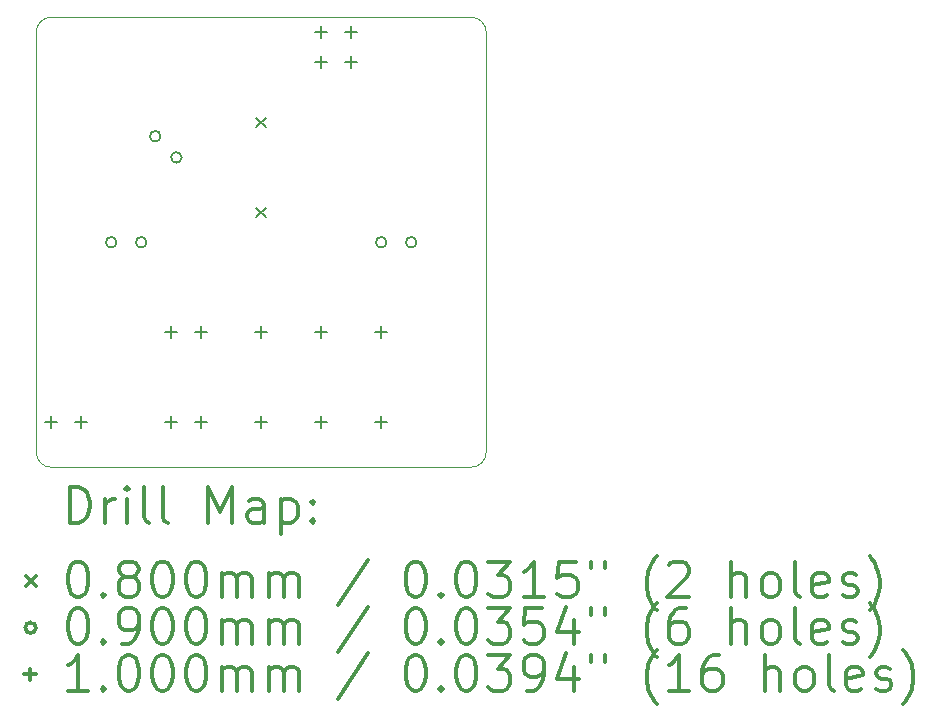
<source format=gbr>
%FSLAX45Y45*%
G04 Gerber Fmt 4.5, Leading zero omitted, Abs format (unit mm)*
G04 Created by KiCad (PCBNEW 5.1.10) date 2021-05-04 21:13:50*
%MOMM*%
%LPD*%
G01*
G04 APERTURE LIST*
%TA.AperFunction,Profile*%
%ADD10C,0.050000*%
%TD*%
%ADD11C,0.200000*%
%ADD12C,0.300000*%
G04 APERTURE END LIST*
D10*
X11811000Y-12700000D02*
G75*
G02*
X11684000Y-12573000I0J127000D01*
G01*
X15494000Y-12573000D02*
G75*
G02*
X15367000Y-12700000I-127000J0D01*
G01*
X11684000Y-9017000D02*
G75*
G02*
X11811000Y-8890000I127000J0D01*
G01*
X15367000Y-8890000D02*
G75*
G02*
X15494000Y-9017000I0J-127000D01*
G01*
X11684000Y-12573000D02*
X11684000Y-9017000D01*
X15367000Y-12700000D02*
X11811000Y-12700000D01*
X15494000Y-9017000D02*
X15494000Y-12573000D01*
X11811000Y-8890000D02*
X15367000Y-8890000D01*
D11*
X13549000Y-9739000D02*
X13629000Y-9819000D01*
X13629000Y-9739000D02*
X13549000Y-9819000D01*
X13549000Y-10501000D02*
X13629000Y-10581000D01*
X13629000Y-10501000D02*
X13549000Y-10581000D01*
X12364000Y-10795000D02*
G75*
G03*
X12364000Y-10795000I-45000J0D01*
G01*
X12618000Y-10795000D02*
G75*
G03*
X12618000Y-10795000I-45000J0D01*
G01*
X12736395Y-9897395D02*
G75*
G03*
X12736395Y-9897395I-45000J0D01*
G01*
X12916000Y-10077000D02*
G75*
G03*
X12916000Y-10077000I-45000J0D01*
G01*
X14650000Y-10795000D02*
G75*
G03*
X14650000Y-10795000I-45000J0D01*
G01*
X14904000Y-10795000D02*
G75*
G03*
X14904000Y-10795000I-45000J0D01*
G01*
X11811000Y-12269000D02*
X11811000Y-12369000D01*
X11761000Y-12319000D02*
X11861000Y-12319000D01*
X12065000Y-12269000D02*
X12065000Y-12369000D01*
X12015000Y-12319000D02*
X12115000Y-12319000D01*
X12827000Y-11507000D02*
X12827000Y-11607000D01*
X12777000Y-11557000D02*
X12877000Y-11557000D01*
X12827000Y-12269000D02*
X12827000Y-12369000D01*
X12777000Y-12319000D02*
X12877000Y-12319000D01*
X13081000Y-11507000D02*
X13081000Y-11607000D01*
X13031000Y-11557000D02*
X13131000Y-11557000D01*
X13081000Y-12269000D02*
X13081000Y-12369000D01*
X13031000Y-12319000D02*
X13131000Y-12319000D01*
X13589000Y-11507000D02*
X13589000Y-11607000D01*
X13539000Y-11557000D02*
X13639000Y-11557000D01*
X13589000Y-12269000D02*
X13589000Y-12369000D01*
X13539000Y-12319000D02*
X13639000Y-12319000D01*
X14097000Y-8967000D02*
X14097000Y-9067000D01*
X14047000Y-9017000D02*
X14147000Y-9017000D01*
X14097000Y-9221000D02*
X14097000Y-9321000D01*
X14047000Y-9271000D02*
X14147000Y-9271000D01*
X14097000Y-11507000D02*
X14097000Y-11607000D01*
X14047000Y-11557000D02*
X14147000Y-11557000D01*
X14097000Y-12269000D02*
X14097000Y-12369000D01*
X14047000Y-12319000D02*
X14147000Y-12319000D01*
X14351000Y-8967000D02*
X14351000Y-9067000D01*
X14301000Y-9017000D02*
X14401000Y-9017000D01*
X14351000Y-9221000D02*
X14351000Y-9321000D01*
X14301000Y-9271000D02*
X14401000Y-9271000D01*
X14605000Y-11507000D02*
X14605000Y-11607000D01*
X14555000Y-11557000D02*
X14655000Y-11557000D01*
X14605000Y-12269000D02*
X14605000Y-12369000D01*
X14555000Y-12319000D02*
X14655000Y-12319000D01*
D12*
X11967928Y-13168214D02*
X11967928Y-12868214D01*
X12039357Y-12868214D01*
X12082214Y-12882500D01*
X12110786Y-12911071D01*
X12125071Y-12939643D01*
X12139357Y-12996786D01*
X12139357Y-13039643D01*
X12125071Y-13096786D01*
X12110786Y-13125357D01*
X12082214Y-13153929D01*
X12039357Y-13168214D01*
X11967928Y-13168214D01*
X12267928Y-13168214D02*
X12267928Y-12968214D01*
X12267928Y-13025357D02*
X12282214Y-12996786D01*
X12296500Y-12982500D01*
X12325071Y-12968214D01*
X12353643Y-12968214D01*
X12453643Y-13168214D02*
X12453643Y-12968214D01*
X12453643Y-12868214D02*
X12439357Y-12882500D01*
X12453643Y-12896786D01*
X12467928Y-12882500D01*
X12453643Y-12868214D01*
X12453643Y-12896786D01*
X12639357Y-13168214D02*
X12610786Y-13153929D01*
X12596500Y-13125357D01*
X12596500Y-12868214D01*
X12796500Y-13168214D02*
X12767928Y-13153929D01*
X12753643Y-13125357D01*
X12753643Y-12868214D01*
X13139357Y-13168214D02*
X13139357Y-12868214D01*
X13239357Y-13082500D01*
X13339357Y-12868214D01*
X13339357Y-13168214D01*
X13610786Y-13168214D02*
X13610786Y-13011071D01*
X13596500Y-12982500D01*
X13567928Y-12968214D01*
X13510786Y-12968214D01*
X13482214Y-12982500D01*
X13610786Y-13153929D02*
X13582214Y-13168214D01*
X13510786Y-13168214D01*
X13482214Y-13153929D01*
X13467928Y-13125357D01*
X13467928Y-13096786D01*
X13482214Y-13068214D01*
X13510786Y-13053929D01*
X13582214Y-13053929D01*
X13610786Y-13039643D01*
X13753643Y-12968214D02*
X13753643Y-13268214D01*
X13753643Y-12982500D02*
X13782214Y-12968214D01*
X13839357Y-12968214D01*
X13867928Y-12982500D01*
X13882214Y-12996786D01*
X13896500Y-13025357D01*
X13896500Y-13111071D01*
X13882214Y-13139643D01*
X13867928Y-13153929D01*
X13839357Y-13168214D01*
X13782214Y-13168214D01*
X13753643Y-13153929D01*
X14025071Y-13139643D02*
X14039357Y-13153929D01*
X14025071Y-13168214D01*
X14010786Y-13153929D01*
X14025071Y-13139643D01*
X14025071Y-13168214D01*
X14025071Y-12982500D02*
X14039357Y-12996786D01*
X14025071Y-13011071D01*
X14010786Y-12996786D01*
X14025071Y-12982500D01*
X14025071Y-13011071D01*
X11601500Y-13622500D02*
X11681500Y-13702500D01*
X11681500Y-13622500D02*
X11601500Y-13702500D01*
X12025071Y-13498214D02*
X12053643Y-13498214D01*
X12082214Y-13512500D01*
X12096500Y-13526786D01*
X12110786Y-13555357D01*
X12125071Y-13612500D01*
X12125071Y-13683929D01*
X12110786Y-13741071D01*
X12096500Y-13769643D01*
X12082214Y-13783929D01*
X12053643Y-13798214D01*
X12025071Y-13798214D01*
X11996500Y-13783929D01*
X11982214Y-13769643D01*
X11967928Y-13741071D01*
X11953643Y-13683929D01*
X11953643Y-13612500D01*
X11967928Y-13555357D01*
X11982214Y-13526786D01*
X11996500Y-13512500D01*
X12025071Y-13498214D01*
X12253643Y-13769643D02*
X12267928Y-13783929D01*
X12253643Y-13798214D01*
X12239357Y-13783929D01*
X12253643Y-13769643D01*
X12253643Y-13798214D01*
X12439357Y-13626786D02*
X12410786Y-13612500D01*
X12396500Y-13598214D01*
X12382214Y-13569643D01*
X12382214Y-13555357D01*
X12396500Y-13526786D01*
X12410786Y-13512500D01*
X12439357Y-13498214D01*
X12496500Y-13498214D01*
X12525071Y-13512500D01*
X12539357Y-13526786D01*
X12553643Y-13555357D01*
X12553643Y-13569643D01*
X12539357Y-13598214D01*
X12525071Y-13612500D01*
X12496500Y-13626786D01*
X12439357Y-13626786D01*
X12410786Y-13641071D01*
X12396500Y-13655357D01*
X12382214Y-13683929D01*
X12382214Y-13741071D01*
X12396500Y-13769643D01*
X12410786Y-13783929D01*
X12439357Y-13798214D01*
X12496500Y-13798214D01*
X12525071Y-13783929D01*
X12539357Y-13769643D01*
X12553643Y-13741071D01*
X12553643Y-13683929D01*
X12539357Y-13655357D01*
X12525071Y-13641071D01*
X12496500Y-13626786D01*
X12739357Y-13498214D02*
X12767928Y-13498214D01*
X12796500Y-13512500D01*
X12810786Y-13526786D01*
X12825071Y-13555357D01*
X12839357Y-13612500D01*
X12839357Y-13683929D01*
X12825071Y-13741071D01*
X12810786Y-13769643D01*
X12796500Y-13783929D01*
X12767928Y-13798214D01*
X12739357Y-13798214D01*
X12710786Y-13783929D01*
X12696500Y-13769643D01*
X12682214Y-13741071D01*
X12667928Y-13683929D01*
X12667928Y-13612500D01*
X12682214Y-13555357D01*
X12696500Y-13526786D01*
X12710786Y-13512500D01*
X12739357Y-13498214D01*
X13025071Y-13498214D02*
X13053643Y-13498214D01*
X13082214Y-13512500D01*
X13096500Y-13526786D01*
X13110786Y-13555357D01*
X13125071Y-13612500D01*
X13125071Y-13683929D01*
X13110786Y-13741071D01*
X13096500Y-13769643D01*
X13082214Y-13783929D01*
X13053643Y-13798214D01*
X13025071Y-13798214D01*
X12996500Y-13783929D01*
X12982214Y-13769643D01*
X12967928Y-13741071D01*
X12953643Y-13683929D01*
X12953643Y-13612500D01*
X12967928Y-13555357D01*
X12982214Y-13526786D01*
X12996500Y-13512500D01*
X13025071Y-13498214D01*
X13253643Y-13798214D02*
X13253643Y-13598214D01*
X13253643Y-13626786D02*
X13267928Y-13612500D01*
X13296500Y-13598214D01*
X13339357Y-13598214D01*
X13367928Y-13612500D01*
X13382214Y-13641071D01*
X13382214Y-13798214D01*
X13382214Y-13641071D02*
X13396500Y-13612500D01*
X13425071Y-13598214D01*
X13467928Y-13598214D01*
X13496500Y-13612500D01*
X13510786Y-13641071D01*
X13510786Y-13798214D01*
X13653643Y-13798214D02*
X13653643Y-13598214D01*
X13653643Y-13626786D02*
X13667928Y-13612500D01*
X13696500Y-13598214D01*
X13739357Y-13598214D01*
X13767928Y-13612500D01*
X13782214Y-13641071D01*
X13782214Y-13798214D01*
X13782214Y-13641071D02*
X13796500Y-13612500D01*
X13825071Y-13598214D01*
X13867928Y-13598214D01*
X13896500Y-13612500D01*
X13910786Y-13641071D01*
X13910786Y-13798214D01*
X14496500Y-13483929D02*
X14239357Y-13869643D01*
X14882214Y-13498214D02*
X14910786Y-13498214D01*
X14939357Y-13512500D01*
X14953643Y-13526786D01*
X14967928Y-13555357D01*
X14982214Y-13612500D01*
X14982214Y-13683929D01*
X14967928Y-13741071D01*
X14953643Y-13769643D01*
X14939357Y-13783929D01*
X14910786Y-13798214D01*
X14882214Y-13798214D01*
X14853643Y-13783929D01*
X14839357Y-13769643D01*
X14825071Y-13741071D01*
X14810786Y-13683929D01*
X14810786Y-13612500D01*
X14825071Y-13555357D01*
X14839357Y-13526786D01*
X14853643Y-13512500D01*
X14882214Y-13498214D01*
X15110786Y-13769643D02*
X15125071Y-13783929D01*
X15110786Y-13798214D01*
X15096500Y-13783929D01*
X15110786Y-13769643D01*
X15110786Y-13798214D01*
X15310786Y-13498214D02*
X15339357Y-13498214D01*
X15367928Y-13512500D01*
X15382214Y-13526786D01*
X15396500Y-13555357D01*
X15410786Y-13612500D01*
X15410786Y-13683929D01*
X15396500Y-13741071D01*
X15382214Y-13769643D01*
X15367928Y-13783929D01*
X15339357Y-13798214D01*
X15310786Y-13798214D01*
X15282214Y-13783929D01*
X15267928Y-13769643D01*
X15253643Y-13741071D01*
X15239357Y-13683929D01*
X15239357Y-13612500D01*
X15253643Y-13555357D01*
X15267928Y-13526786D01*
X15282214Y-13512500D01*
X15310786Y-13498214D01*
X15510786Y-13498214D02*
X15696500Y-13498214D01*
X15596500Y-13612500D01*
X15639357Y-13612500D01*
X15667928Y-13626786D01*
X15682214Y-13641071D01*
X15696500Y-13669643D01*
X15696500Y-13741071D01*
X15682214Y-13769643D01*
X15667928Y-13783929D01*
X15639357Y-13798214D01*
X15553643Y-13798214D01*
X15525071Y-13783929D01*
X15510786Y-13769643D01*
X15982214Y-13798214D02*
X15810786Y-13798214D01*
X15896500Y-13798214D02*
X15896500Y-13498214D01*
X15867928Y-13541071D01*
X15839357Y-13569643D01*
X15810786Y-13583929D01*
X16253643Y-13498214D02*
X16110786Y-13498214D01*
X16096500Y-13641071D01*
X16110786Y-13626786D01*
X16139357Y-13612500D01*
X16210786Y-13612500D01*
X16239357Y-13626786D01*
X16253643Y-13641071D01*
X16267928Y-13669643D01*
X16267928Y-13741071D01*
X16253643Y-13769643D01*
X16239357Y-13783929D01*
X16210786Y-13798214D01*
X16139357Y-13798214D01*
X16110786Y-13783929D01*
X16096500Y-13769643D01*
X16382214Y-13498214D02*
X16382214Y-13555357D01*
X16496500Y-13498214D02*
X16496500Y-13555357D01*
X16939357Y-13912500D02*
X16925071Y-13898214D01*
X16896500Y-13855357D01*
X16882214Y-13826786D01*
X16867928Y-13783929D01*
X16853643Y-13712500D01*
X16853643Y-13655357D01*
X16867928Y-13583929D01*
X16882214Y-13541071D01*
X16896500Y-13512500D01*
X16925071Y-13469643D01*
X16939357Y-13455357D01*
X17039357Y-13526786D02*
X17053643Y-13512500D01*
X17082214Y-13498214D01*
X17153643Y-13498214D01*
X17182214Y-13512500D01*
X17196500Y-13526786D01*
X17210786Y-13555357D01*
X17210786Y-13583929D01*
X17196500Y-13626786D01*
X17025071Y-13798214D01*
X17210786Y-13798214D01*
X17567928Y-13798214D02*
X17567928Y-13498214D01*
X17696500Y-13798214D02*
X17696500Y-13641071D01*
X17682214Y-13612500D01*
X17653643Y-13598214D01*
X17610786Y-13598214D01*
X17582214Y-13612500D01*
X17567928Y-13626786D01*
X17882214Y-13798214D02*
X17853643Y-13783929D01*
X17839357Y-13769643D01*
X17825071Y-13741071D01*
X17825071Y-13655357D01*
X17839357Y-13626786D01*
X17853643Y-13612500D01*
X17882214Y-13598214D01*
X17925071Y-13598214D01*
X17953643Y-13612500D01*
X17967928Y-13626786D01*
X17982214Y-13655357D01*
X17982214Y-13741071D01*
X17967928Y-13769643D01*
X17953643Y-13783929D01*
X17925071Y-13798214D01*
X17882214Y-13798214D01*
X18153643Y-13798214D02*
X18125071Y-13783929D01*
X18110786Y-13755357D01*
X18110786Y-13498214D01*
X18382214Y-13783929D02*
X18353643Y-13798214D01*
X18296500Y-13798214D01*
X18267928Y-13783929D01*
X18253643Y-13755357D01*
X18253643Y-13641071D01*
X18267928Y-13612500D01*
X18296500Y-13598214D01*
X18353643Y-13598214D01*
X18382214Y-13612500D01*
X18396500Y-13641071D01*
X18396500Y-13669643D01*
X18253643Y-13698214D01*
X18510786Y-13783929D02*
X18539357Y-13798214D01*
X18596500Y-13798214D01*
X18625071Y-13783929D01*
X18639357Y-13755357D01*
X18639357Y-13741071D01*
X18625071Y-13712500D01*
X18596500Y-13698214D01*
X18553643Y-13698214D01*
X18525071Y-13683929D01*
X18510786Y-13655357D01*
X18510786Y-13641071D01*
X18525071Y-13612500D01*
X18553643Y-13598214D01*
X18596500Y-13598214D01*
X18625071Y-13612500D01*
X18739357Y-13912500D02*
X18753643Y-13898214D01*
X18782214Y-13855357D01*
X18796500Y-13826786D01*
X18810786Y-13783929D01*
X18825071Y-13712500D01*
X18825071Y-13655357D01*
X18810786Y-13583929D01*
X18796500Y-13541071D01*
X18782214Y-13512500D01*
X18753643Y-13469643D01*
X18739357Y-13455357D01*
X11681500Y-14058500D02*
G75*
G03*
X11681500Y-14058500I-45000J0D01*
G01*
X12025071Y-13894214D02*
X12053643Y-13894214D01*
X12082214Y-13908500D01*
X12096500Y-13922786D01*
X12110786Y-13951357D01*
X12125071Y-14008500D01*
X12125071Y-14079929D01*
X12110786Y-14137071D01*
X12096500Y-14165643D01*
X12082214Y-14179929D01*
X12053643Y-14194214D01*
X12025071Y-14194214D01*
X11996500Y-14179929D01*
X11982214Y-14165643D01*
X11967928Y-14137071D01*
X11953643Y-14079929D01*
X11953643Y-14008500D01*
X11967928Y-13951357D01*
X11982214Y-13922786D01*
X11996500Y-13908500D01*
X12025071Y-13894214D01*
X12253643Y-14165643D02*
X12267928Y-14179929D01*
X12253643Y-14194214D01*
X12239357Y-14179929D01*
X12253643Y-14165643D01*
X12253643Y-14194214D01*
X12410786Y-14194214D02*
X12467928Y-14194214D01*
X12496500Y-14179929D01*
X12510786Y-14165643D01*
X12539357Y-14122786D01*
X12553643Y-14065643D01*
X12553643Y-13951357D01*
X12539357Y-13922786D01*
X12525071Y-13908500D01*
X12496500Y-13894214D01*
X12439357Y-13894214D01*
X12410786Y-13908500D01*
X12396500Y-13922786D01*
X12382214Y-13951357D01*
X12382214Y-14022786D01*
X12396500Y-14051357D01*
X12410786Y-14065643D01*
X12439357Y-14079929D01*
X12496500Y-14079929D01*
X12525071Y-14065643D01*
X12539357Y-14051357D01*
X12553643Y-14022786D01*
X12739357Y-13894214D02*
X12767928Y-13894214D01*
X12796500Y-13908500D01*
X12810786Y-13922786D01*
X12825071Y-13951357D01*
X12839357Y-14008500D01*
X12839357Y-14079929D01*
X12825071Y-14137071D01*
X12810786Y-14165643D01*
X12796500Y-14179929D01*
X12767928Y-14194214D01*
X12739357Y-14194214D01*
X12710786Y-14179929D01*
X12696500Y-14165643D01*
X12682214Y-14137071D01*
X12667928Y-14079929D01*
X12667928Y-14008500D01*
X12682214Y-13951357D01*
X12696500Y-13922786D01*
X12710786Y-13908500D01*
X12739357Y-13894214D01*
X13025071Y-13894214D02*
X13053643Y-13894214D01*
X13082214Y-13908500D01*
X13096500Y-13922786D01*
X13110786Y-13951357D01*
X13125071Y-14008500D01*
X13125071Y-14079929D01*
X13110786Y-14137071D01*
X13096500Y-14165643D01*
X13082214Y-14179929D01*
X13053643Y-14194214D01*
X13025071Y-14194214D01*
X12996500Y-14179929D01*
X12982214Y-14165643D01*
X12967928Y-14137071D01*
X12953643Y-14079929D01*
X12953643Y-14008500D01*
X12967928Y-13951357D01*
X12982214Y-13922786D01*
X12996500Y-13908500D01*
X13025071Y-13894214D01*
X13253643Y-14194214D02*
X13253643Y-13994214D01*
X13253643Y-14022786D02*
X13267928Y-14008500D01*
X13296500Y-13994214D01*
X13339357Y-13994214D01*
X13367928Y-14008500D01*
X13382214Y-14037071D01*
X13382214Y-14194214D01*
X13382214Y-14037071D02*
X13396500Y-14008500D01*
X13425071Y-13994214D01*
X13467928Y-13994214D01*
X13496500Y-14008500D01*
X13510786Y-14037071D01*
X13510786Y-14194214D01*
X13653643Y-14194214D02*
X13653643Y-13994214D01*
X13653643Y-14022786D02*
X13667928Y-14008500D01*
X13696500Y-13994214D01*
X13739357Y-13994214D01*
X13767928Y-14008500D01*
X13782214Y-14037071D01*
X13782214Y-14194214D01*
X13782214Y-14037071D02*
X13796500Y-14008500D01*
X13825071Y-13994214D01*
X13867928Y-13994214D01*
X13896500Y-14008500D01*
X13910786Y-14037071D01*
X13910786Y-14194214D01*
X14496500Y-13879929D02*
X14239357Y-14265643D01*
X14882214Y-13894214D02*
X14910786Y-13894214D01*
X14939357Y-13908500D01*
X14953643Y-13922786D01*
X14967928Y-13951357D01*
X14982214Y-14008500D01*
X14982214Y-14079929D01*
X14967928Y-14137071D01*
X14953643Y-14165643D01*
X14939357Y-14179929D01*
X14910786Y-14194214D01*
X14882214Y-14194214D01*
X14853643Y-14179929D01*
X14839357Y-14165643D01*
X14825071Y-14137071D01*
X14810786Y-14079929D01*
X14810786Y-14008500D01*
X14825071Y-13951357D01*
X14839357Y-13922786D01*
X14853643Y-13908500D01*
X14882214Y-13894214D01*
X15110786Y-14165643D02*
X15125071Y-14179929D01*
X15110786Y-14194214D01*
X15096500Y-14179929D01*
X15110786Y-14165643D01*
X15110786Y-14194214D01*
X15310786Y-13894214D02*
X15339357Y-13894214D01*
X15367928Y-13908500D01*
X15382214Y-13922786D01*
X15396500Y-13951357D01*
X15410786Y-14008500D01*
X15410786Y-14079929D01*
X15396500Y-14137071D01*
X15382214Y-14165643D01*
X15367928Y-14179929D01*
X15339357Y-14194214D01*
X15310786Y-14194214D01*
X15282214Y-14179929D01*
X15267928Y-14165643D01*
X15253643Y-14137071D01*
X15239357Y-14079929D01*
X15239357Y-14008500D01*
X15253643Y-13951357D01*
X15267928Y-13922786D01*
X15282214Y-13908500D01*
X15310786Y-13894214D01*
X15510786Y-13894214D02*
X15696500Y-13894214D01*
X15596500Y-14008500D01*
X15639357Y-14008500D01*
X15667928Y-14022786D01*
X15682214Y-14037071D01*
X15696500Y-14065643D01*
X15696500Y-14137071D01*
X15682214Y-14165643D01*
X15667928Y-14179929D01*
X15639357Y-14194214D01*
X15553643Y-14194214D01*
X15525071Y-14179929D01*
X15510786Y-14165643D01*
X15967928Y-13894214D02*
X15825071Y-13894214D01*
X15810786Y-14037071D01*
X15825071Y-14022786D01*
X15853643Y-14008500D01*
X15925071Y-14008500D01*
X15953643Y-14022786D01*
X15967928Y-14037071D01*
X15982214Y-14065643D01*
X15982214Y-14137071D01*
X15967928Y-14165643D01*
X15953643Y-14179929D01*
X15925071Y-14194214D01*
X15853643Y-14194214D01*
X15825071Y-14179929D01*
X15810786Y-14165643D01*
X16239357Y-13994214D02*
X16239357Y-14194214D01*
X16167928Y-13879929D02*
X16096500Y-14094214D01*
X16282214Y-14094214D01*
X16382214Y-13894214D02*
X16382214Y-13951357D01*
X16496500Y-13894214D02*
X16496500Y-13951357D01*
X16939357Y-14308500D02*
X16925071Y-14294214D01*
X16896500Y-14251357D01*
X16882214Y-14222786D01*
X16867928Y-14179929D01*
X16853643Y-14108500D01*
X16853643Y-14051357D01*
X16867928Y-13979929D01*
X16882214Y-13937071D01*
X16896500Y-13908500D01*
X16925071Y-13865643D01*
X16939357Y-13851357D01*
X17182214Y-13894214D02*
X17125071Y-13894214D01*
X17096500Y-13908500D01*
X17082214Y-13922786D01*
X17053643Y-13965643D01*
X17039357Y-14022786D01*
X17039357Y-14137071D01*
X17053643Y-14165643D01*
X17067928Y-14179929D01*
X17096500Y-14194214D01*
X17153643Y-14194214D01*
X17182214Y-14179929D01*
X17196500Y-14165643D01*
X17210786Y-14137071D01*
X17210786Y-14065643D01*
X17196500Y-14037071D01*
X17182214Y-14022786D01*
X17153643Y-14008500D01*
X17096500Y-14008500D01*
X17067928Y-14022786D01*
X17053643Y-14037071D01*
X17039357Y-14065643D01*
X17567928Y-14194214D02*
X17567928Y-13894214D01*
X17696500Y-14194214D02*
X17696500Y-14037071D01*
X17682214Y-14008500D01*
X17653643Y-13994214D01*
X17610786Y-13994214D01*
X17582214Y-14008500D01*
X17567928Y-14022786D01*
X17882214Y-14194214D02*
X17853643Y-14179929D01*
X17839357Y-14165643D01*
X17825071Y-14137071D01*
X17825071Y-14051357D01*
X17839357Y-14022786D01*
X17853643Y-14008500D01*
X17882214Y-13994214D01*
X17925071Y-13994214D01*
X17953643Y-14008500D01*
X17967928Y-14022786D01*
X17982214Y-14051357D01*
X17982214Y-14137071D01*
X17967928Y-14165643D01*
X17953643Y-14179929D01*
X17925071Y-14194214D01*
X17882214Y-14194214D01*
X18153643Y-14194214D02*
X18125071Y-14179929D01*
X18110786Y-14151357D01*
X18110786Y-13894214D01*
X18382214Y-14179929D02*
X18353643Y-14194214D01*
X18296500Y-14194214D01*
X18267928Y-14179929D01*
X18253643Y-14151357D01*
X18253643Y-14037071D01*
X18267928Y-14008500D01*
X18296500Y-13994214D01*
X18353643Y-13994214D01*
X18382214Y-14008500D01*
X18396500Y-14037071D01*
X18396500Y-14065643D01*
X18253643Y-14094214D01*
X18510786Y-14179929D02*
X18539357Y-14194214D01*
X18596500Y-14194214D01*
X18625071Y-14179929D01*
X18639357Y-14151357D01*
X18639357Y-14137071D01*
X18625071Y-14108500D01*
X18596500Y-14094214D01*
X18553643Y-14094214D01*
X18525071Y-14079929D01*
X18510786Y-14051357D01*
X18510786Y-14037071D01*
X18525071Y-14008500D01*
X18553643Y-13994214D01*
X18596500Y-13994214D01*
X18625071Y-14008500D01*
X18739357Y-14308500D02*
X18753643Y-14294214D01*
X18782214Y-14251357D01*
X18796500Y-14222786D01*
X18810786Y-14179929D01*
X18825071Y-14108500D01*
X18825071Y-14051357D01*
X18810786Y-13979929D01*
X18796500Y-13937071D01*
X18782214Y-13908500D01*
X18753643Y-13865643D01*
X18739357Y-13851357D01*
X11631500Y-14404500D02*
X11631500Y-14504500D01*
X11581500Y-14454500D02*
X11681500Y-14454500D01*
X12125071Y-14590214D02*
X11953643Y-14590214D01*
X12039357Y-14590214D02*
X12039357Y-14290214D01*
X12010786Y-14333071D01*
X11982214Y-14361643D01*
X11953643Y-14375929D01*
X12253643Y-14561643D02*
X12267928Y-14575929D01*
X12253643Y-14590214D01*
X12239357Y-14575929D01*
X12253643Y-14561643D01*
X12253643Y-14590214D01*
X12453643Y-14290214D02*
X12482214Y-14290214D01*
X12510786Y-14304500D01*
X12525071Y-14318786D01*
X12539357Y-14347357D01*
X12553643Y-14404500D01*
X12553643Y-14475929D01*
X12539357Y-14533071D01*
X12525071Y-14561643D01*
X12510786Y-14575929D01*
X12482214Y-14590214D01*
X12453643Y-14590214D01*
X12425071Y-14575929D01*
X12410786Y-14561643D01*
X12396500Y-14533071D01*
X12382214Y-14475929D01*
X12382214Y-14404500D01*
X12396500Y-14347357D01*
X12410786Y-14318786D01*
X12425071Y-14304500D01*
X12453643Y-14290214D01*
X12739357Y-14290214D02*
X12767928Y-14290214D01*
X12796500Y-14304500D01*
X12810786Y-14318786D01*
X12825071Y-14347357D01*
X12839357Y-14404500D01*
X12839357Y-14475929D01*
X12825071Y-14533071D01*
X12810786Y-14561643D01*
X12796500Y-14575929D01*
X12767928Y-14590214D01*
X12739357Y-14590214D01*
X12710786Y-14575929D01*
X12696500Y-14561643D01*
X12682214Y-14533071D01*
X12667928Y-14475929D01*
X12667928Y-14404500D01*
X12682214Y-14347357D01*
X12696500Y-14318786D01*
X12710786Y-14304500D01*
X12739357Y-14290214D01*
X13025071Y-14290214D02*
X13053643Y-14290214D01*
X13082214Y-14304500D01*
X13096500Y-14318786D01*
X13110786Y-14347357D01*
X13125071Y-14404500D01*
X13125071Y-14475929D01*
X13110786Y-14533071D01*
X13096500Y-14561643D01*
X13082214Y-14575929D01*
X13053643Y-14590214D01*
X13025071Y-14590214D01*
X12996500Y-14575929D01*
X12982214Y-14561643D01*
X12967928Y-14533071D01*
X12953643Y-14475929D01*
X12953643Y-14404500D01*
X12967928Y-14347357D01*
X12982214Y-14318786D01*
X12996500Y-14304500D01*
X13025071Y-14290214D01*
X13253643Y-14590214D02*
X13253643Y-14390214D01*
X13253643Y-14418786D02*
X13267928Y-14404500D01*
X13296500Y-14390214D01*
X13339357Y-14390214D01*
X13367928Y-14404500D01*
X13382214Y-14433071D01*
X13382214Y-14590214D01*
X13382214Y-14433071D02*
X13396500Y-14404500D01*
X13425071Y-14390214D01*
X13467928Y-14390214D01*
X13496500Y-14404500D01*
X13510786Y-14433071D01*
X13510786Y-14590214D01*
X13653643Y-14590214D02*
X13653643Y-14390214D01*
X13653643Y-14418786D02*
X13667928Y-14404500D01*
X13696500Y-14390214D01*
X13739357Y-14390214D01*
X13767928Y-14404500D01*
X13782214Y-14433071D01*
X13782214Y-14590214D01*
X13782214Y-14433071D02*
X13796500Y-14404500D01*
X13825071Y-14390214D01*
X13867928Y-14390214D01*
X13896500Y-14404500D01*
X13910786Y-14433071D01*
X13910786Y-14590214D01*
X14496500Y-14275929D02*
X14239357Y-14661643D01*
X14882214Y-14290214D02*
X14910786Y-14290214D01*
X14939357Y-14304500D01*
X14953643Y-14318786D01*
X14967928Y-14347357D01*
X14982214Y-14404500D01*
X14982214Y-14475929D01*
X14967928Y-14533071D01*
X14953643Y-14561643D01*
X14939357Y-14575929D01*
X14910786Y-14590214D01*
X14882214Y-14590214D01*
X14853643Y-14575929D01*
X14839357Y-14561643D01*
X14825071Y-14533071D01*
X14810786Y-14475929D01*
X14810786Y-14404500D01*
X14825071Y-14347357D01*
X14839357Y-14318786D01*
X14853643Y-14304500D01*
X14882214Y-14290214D01*
X15110786Y-14561643D02*
X15125071Y-14575929D01*
X15110786Y-14590214D01*
X15096500Y-14575929D01*
X15110786Y-14561643D01*
X15110786Y-14590214D01*
X15310786Y-14290214D02*
X15339357Y-14290214D01*
X15367928Y-14304500D01*
X15382214Y-14318786D01*
X15396500Y-14347357D01*
X15410786Y-14404500D01*
X15410786Y-14475929D01*
X15396500Y-14533071D01*
X15382214Y-14561643D01*
X15367928Y-14575929D01*
X15339357Y-14590214D01*
X15310786Y-14590214D01*
X15282214Y-14575929D01*
X15267928Y-14561643D01*
X15253643Y-14533071D01*
X15239357Y-14475929D01*
X15239357Y-14404500D01*
X15253643Y-14347357D01*
X15267928Y-14318786D01*
X15282214Y-14304500D01*
X15310786Y-14290214D01*
X15510786Y-14290214D02*
X15696500Y-14290214D01*
X15596500Y-14404500D01*
X15639357Y-14404500D01*
X15667928Y-14418786D01*
X15682214Y-14433071D01*
X15696500Y-14461643D01*
X15696500Y-14533071D01*
X15682214Y-14561643D01*
X15667928Y-14575929D01*
X15639357Y-14590214D01*
X15553643Y-14590214D01*
X15525071Y-14575929D01*
X15510786Y-14561643D01*
X15839357Y-14590214D02*
X15896500Y-14590214D01*
X15925071Y-14575929D01*
X15939357Y-14561643D01*
X15967928Y-14518786D01*
X15982214Y-14461643D01*
X15982214Y-14347357D01*
X15967928Y-14318786D01*
X15953643Y-14304500D01*
X15925071Y-14290214D01*
X15867928Y-14290214D01*
X15839357Y-14304500D01*
X15825071Y-14318786D01*
X15810786Y-14347357D01*
X15810786Y-14418786D01*
X15825071Y-14447357D01*
X15839357Y-14461643D01*
X15867928Y-14475929D01*
X15925071Y-14475929D01*
X15953643Y-14461643D01*
X15967928Y-14447357D01*
X15982214Y-14418786D01*
X16239357Y-14390214D02*
X16239357Y-14590214D01*
X16167928Y-14275929D02*
X16096500Y-14490214D01*
X16282214Y-14490214D01*
X16382214Y-14290214D02*
X16382214Y-14347357D01*
X16496500Y-14290214D02*
X16496500Y-14347357D01*
X16939357Y-14704500D02*
X16925071Y-14690214D01*
X16896500Y-14647357D01*
X16882214Y-14618786D01*
X16867928Y-14575929D01*
X16853643Y-14504500D01*
X16853643Y-14447357D01*
X16867928Y-14375929D01*
X16882214Y-14333071D01*
X16896500Y-14304500D01*
X16925071Y-14261643D01*
X16939357Y-14247357D01*
X17210786Y-14590214D02*
X17039357Y-14590214D01*
X17125071Y-14590214D02*
X17125071Y-14290214D01*
X17096500Y-14333071D01*
X17067928Y-14361643D01*
X17039357Y-14375929D01*
X17467928Y-14290214D02*
X17410786Y-14290214D01*
X17382214Y-14304500D01*
X17367928Y-14318786D01*
X17339357Y-14361643D01*
X17325071Y-14418786D01*
X17325071Y-14533071D01*
X17339357Y-14561643D01*
X17353643Y-14575929D01*
X17382214Y-14590214D01*
X17439357Y-14590214D01*
X17467928Y-14575929D01*
X17482214Y-14561643D01*
X17496500Y-14533071D01*
X17496500Y-14461643D01*
X17482214Y-14433071D01*
X17467928Y-14418786D01*
X17439357Y-14404500D01*
X17382214Y-14404500D01*
X17353643Y-14418786D01*
X17339357Y-14433071D01*
X17325071Y-14461643D01*
X17853643Y-14590214D02*
X17853643Y-14290214D01*
X17982214Y-14590214D02*
X17982214Y-14433071D01*
X17967928Y-14404500D01*
X17939357Y-14390214D01*
X17896500Y-14390214D01*
X17867928Y-14404500D01*
X17853643Y-14418786D01*
X18167928Y-14590214D02*
X18139357Y-14575929D01*
X18125071Y-14561643D01*
X18110786Y-14533071D01*
X18110786Y-14447357D01*
X18125071Y-14418786D01*
X18139357Y-14404500D01*
X18167928Y-14390214D01*
X18210786Y-14390214D01*
X18239357Y-14404500D01*
X18253643Y-14418786D01*
X18267928Y-14447357D01*
X18267928Y-14533071D01*
X18253643Y-14561643D01*
X18239357Y-14575929D01*
X18210786Y-14590214D01*
X18167928Y-14590214D01*
X18439357Y-14590214D02*
X18410786Y-14575929D01*
X18396500Y-14547357D01*
X18396500Y-14290214D01*
X18667928Y-14575929D02*
X18639357Y-14590214D01*
X18582214Y-14590214D01*
X18553643Y-14575929D01*
X18539357Y-14547357D01*
X18539357Y-14433071D01*
X18553643Y-14404500D01*
X18582214Y-14390214D01*
X18639357Y-14390214D01*
X18667928Y-14404500D01*
X18682214Y-14433071D01*
X18682214Y-14461643D01*
X18539357Y-14490214D01*
X18796500Y-14575929D02*
X18825071Y-14590214D01*
X18882214Y-14590214D01*
X18910786Y-14575929D01*
X18925071Y-14547357D01*
X18925071Y-14533071D01*
X18910786Y-14504500D01*
X18882214Y-14490214D01*
X18839357Y-14490214D01*
X18810786Y-14475929D01*
X18796500Y-14447357D01*
X18796500Y-14433071D01*
X18810786Y-14404500D01*
X18839357Y-14390214D01*
X18882214Y-14390214D01*
X18910786Y-14404500D01*
X19025071Y-14704500D02*
X19039357Y-14690214D01*
X19067928Y-14647357D01*
X19082214Y-14618786D01*
X19096500Y-14575929D01*
X19110786Y-14504500D01*
X19110786Y-14447357D01*
X19096500Y-14375929D01*
X19082214Y-14333071D01*
X19067928Y-14304500D01*
X19039357Y-14261643D01*
X19025071Y-14247357D01*
M02*

</source>
